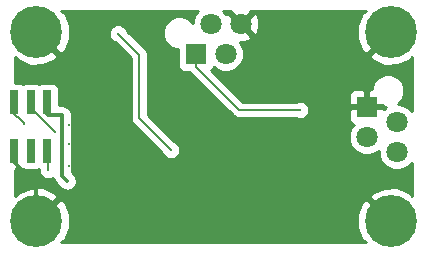
<source format=gbr>
G04 #@! TF.GenerationSoftware,KiCad,Pcbnew,5.0.2-bee76a0~70~ubuntu18.04.1*
G04 #@! TF.CreationDate,2020-01-02T20:25:09+01:00*
G04 #@! TF.ProjectId,roboy_sno,726f626f-795f-4736-9e6f-2e6b69636164,rev?*
G04 #@! TF.SameCoordinates,Original*
G04 #@! TF.FileFunction,Copper,L2,Bot*
G04 #@! TF.FilePolarity,Positive*
%FSLAX46Y46*%
G04 Gerber Fmt 4.6, Leading zero omitted, Abs format (unit mm)*
G04 Created by KiCad (PCBNEW 5.0.2-bee76a0~70~ubuntu18.04.1) date Do 02 Jan 2020 20:25:09 CET*
%MOMM*%
%LPD*%
G01*
G04 APERTURE LIST*
G04 #@! TA.AperFunction,SMDPad,CuDef*
%ADD10R,0.700000X2.000000*%
G04 #@! TD*
G04 #@! TA.AperFunction,ComponentPad*
%ADD11C,4.400000*%
G04 #@! TD*
G04 #@! TA.AperFunction,ComponentPad*
%ADD12R,1.800000X1.800000*%
G04 #@! TD*
G04 #@! TA.AperFunction,ComponentPad*
%ADD13C,1.800000*%
G04 #@! TD*
G04 #@! TA.AperFunction,ViaPad*
%ADD14C,0.301000*%
G04 #@! TD*
G04 #@! TA.AperFunction,Conductor*
%ADD15C,0.304800*%
G04 #@! TD*
G04 #@! TA.AperFunction,Conductor*
%ADD16C,0.152400*%
G04 #@! TD*
G04 #@! TA.AperFunction,Conductor*
%ADD17C,0.254000*%
G04 #@! TD*
G04 APERTURE END LIST*
D10*
G04 #@! TO.P,J4,1*
G04 #@! TO.N,E0*
X106630000Y-128450000D03*
G04 #@! TO.P,J4,2*
G04 #@! TO.N,E1*
X108030000Y-128450000D03*
G04 #@! TO.P,J4,3*
G04 #@! TO.N,+3V3*
X109430000Y-128450000D03*
G04 #@! TO.P,J4,4*
G04 #@! TO.N,Net-(J4-Pad4)*
X109430000Y-132550000D03*
G04 #@! TO.P,J4,6*
G04 #@! TO.N,GND*
X106630000Y-132550000D03*
G04 #@! TO.P,J4,5*
G04 #@! TO.N,Net-(J4-Pad5)*
X108030000Y-132550000D03*
G04 #@! TD*
D11*
G04 #@! TO.P,H1,1*
G04 #@! TO.N,GND*
X138500000Y-122500000D03*
G04 #@! TD*
G04 #@! TO.P,H2,1*
G04 #@! TO.N,GND*
X108500000Y-122500000D03*
G04 #@! TD*
D12*
G04 #@! TO.P,J3,1*
G04 #@! TO.N,GND*
X136480000Y-128845000D03*
D13*
G04 #@! TO.P,J3,2*
G04 #@! TO.N,+5V*
X139020000Y-130115000D03*
G04 #@! TO.P,J3,3*
G04 #@! TO.N,TXD*
X136480000Y-131385000D03*
G04 #@! TO.P,J3,4*
G04 #@! TO.N,RXD*
X139020000Y-132655000D03*
G04 #@! TD*
D12*
G04 #@! TO.P,J2,1*
G04 #@! TO.N,MOTOR_SENSE*
X121995000Y-124370000D03*
D13*
G04 #@! TO.P,J2,2*
G04 #@! TO.N,MOTOR*
X123265000Y-121830000D03*
G04 #@! TO.P,J2,3*
G04 #@! TO.N,+5V*
X124535000Y-124370000D03*
G04 #@! TO.P,J2,4*
G04 #@! TO.N,GND*
X125805000Y-121830000D03*
G04 #@! TD*
D11*
G04 #@! TO.P,H6,1*
G04 #@! TO.N,GND*
X108500000Y-138500000D03*
G04 #@! TD*
G04 #@! TO.P,H7,1*
G04 #@! TO.N,GND*
X138500000Y-138500000D03*
G04 #@! TD*
D14*
G04 #@! TO.N,GND*
X115900000Y-126200000D03*
X119300000Y-125200000D03*
X128300000Y-124100000D03*
X111300000Y-131990000D03*
X111280000Y-130370000D03*
X111300000Y-133850000D03*
G04 #@! TO.N,MOTOR_SENSE*
X130800000Y-129100000D03*
G04 #@! TO.N,Net-(SW2-Pad2)*
X119900000Y-132500000D03*
X115430000Y-122640000D03*
G04 #@! TO.N,+3V3*
X110700000Y-129500000D03*
X111130000Y-135150000D03*
G04 #@! TO.N,Net-(J4-Pad4)*
X109470000Y-134190000D03*
G04 #@! TO.N,E1*
X110060000Y-130930000D03*
G04 #@! TO.N,E0*
X107470000Y-130250000D03*
G04 #@! TD*
D15*
G04 #@! TO.N,GND*
X108500000Y-135388731D02*
X108500000Y-138500000D01*
X106630000Y-133518731D02*
X108500000Y-135388731D01*
X106630000Y-132050000D02*
X106630000Y-133518731D01*
D16*
G04 #@! TO.N,MOTOR_SENSE*
X121995000Y-125422400D02*
X121995000Y-124370000D01*
X125672600Y-129100000D02*
X121995000Y-125422400D01*
X130800000Y-129100000D02*
X125672600Y-129100000D01*
G04 #@! TO.N,Net-(SW2-Pad2)*
X119900000Y-132500000D02*
X117200000Y-129800000D01*
X117200000Y-124410000D02*
X117200000Y-129800000D01*
X115430000Y-122640000D02*
X117200000Y-124410000D01*
D15*
G04 #@! TO.N,+3V3*
X109480000Y-129500000D02*
X109430000Y-129450000D01*
X110700000Y-129500000D02*
X109480000Y-129500000D01*
X110700000Y-129500000D02*
X110700000Y-134720000D01*
X110700000Y-134720000D02*
X111130000Y-135150000D01*
D16*
G04 #@! TO.N,Net-(J4-Pad4)*
X109470000Y-132090000D02*
X109430000Y-132050000D01*
X109470000Y-134190000D02*
X109470000Y-132090000D01*
G04 #@! TO.N,E1*
X108030000Y-128950000D02*
X108210000Y-128950000D01*
X108030000Y-128950000D02*
X108080000Y-128950000D01*
X108080000Y-128950000D02*
X110060000Y-130930000D01*
G04 #@! TO.N,E0*
X106900000Y-129720000D02*
X106630000Y-129450000D01*
X106900000Y-129720000D02*
X106960000Y-129720000D01*
X106960000Y-129720000D02*
X107470000Y-130230000D01*
X107470000Y-130230000D02*
X107470000Y-130250000D01*
G04 #@! TD*
D17*
G04 #@! TO.N,GND*
G36*
X121963690Y-120960493D02*
X121730000Y-121524670D01*
X121730000Y-121746243D01*
X121379568Y-121395811D01*
X120870504Y-121184950D01*
X120319496Y-121184950D01*
X119810432Y-121395811D01*
X119420811Y-121785432D01*
X119209950Y-122294496D01*
X119209950Y-122845504D01*
X119420811Y-123354568D01*
X119810432Y-123744189D01*
X120319496Y-123955050D01*
X120447560Y-123955050D01*
X120447560Y-125270000D01*
X120496843Y-125517765D01*
X120637191Y-125727809D01*
X120847235Y-125868157D01*
X121095000Y-125917440D01*
X121470424Y-125917440D01*
X121482254Y-125935145D01*
X121541634Y-125974822D01*
X125120178Y-129553367D01*
X125159854Y-129612746D01*
X125219233Y-129652422D01*
X125219235Y-129652424D01*
X125287093Y-129697765D01*
X125395104Y-129769936D01*
X125602554Y-129811200D01*
X125602558Y-129811200D01*
X125672600Y-129825132D01*
X125742642Y-129811200D01*
X130464378Y-129811200D01*
X130643754Y-129885500D01*
X130956246Y-129885500D01*
X131244950Y-129765915D01*
X131465915Y-129544950D01*
X131585500Y-129256246D01*
X131585500Y-128943754D01*
X131465915Y-128655050D01*
X131244950Y-128434085D01*
X130956246Y-128314500D01*
X130643754Y-128314500D01*
X130464378Y-128388800D01*
X125967189Y-128388800D01*
X125397079Y-127818690D01*
X134945000Y-127818690D01*
X134945000Y-128559250D01*
X135103750Y-128718000D01*
X136353000Y-128718000D01*
X136353000Y-127468750D01*
X136194250Y-127310000D01*
X135453691Y-127310000D01*
X135220302Y-127406673D01*
X135041673Y-127585301D01*
X134945000Y-127818690D01*
X125397079Y-127818690D01*
X123324867Y-125746479D01*
X123352809Y-125727809D01*
X123493157Y-125517765D01*
X123496275Y-125502092D01*
X123665493Y-125671310D01*
X124229670Y-125905000D01*
X124840330Y-125905000D01*
X125404507Y-125671310D01*
X125836310Y-125239507D01*
X126070000Y-124675330D01*
X126070000Y-124064670D01*
X125836310Y-123500493D01*
X125706313Y-123370496D01*
X126174460Y-123350839D01*
X126619148Y-123166643D01*
X126705554Y-122910159D01*
X125805000Y-122009605D01*
X125790858Y-122023748D01*
X125611253Y-121844143D01*
X125625395Y-121830000D01*
X125984605Y-121830000D01*
X126885159Y-122730554D01*
X127141643Y-122644148D01*
X127351458Y-122070664D01*
X127325839Y-121460540D01*
X127141643Y-121015852D01*
X126885159Y-120929446D01*
X125984605Y-121830000D01*
X125625395Y-121830000D01*
X124724841Y-120929446D01*
X124574438Y-120980115D01*
X124566310Y-120960493D01*
X124315817Y-120710000D01*
X124917868Y-120710000D01*
X124904446Y-120749841D01*
X125805000Y-121650395D01*
X126705554Y-120749841D01*
X126692132Y-120710000D01*
X136401122Y-120710000D01*
X136089112Y-120905368D01*
X135662391Y-121949360D01*
X135667670Y-123077181D01*
X136089112Y-124094632D01*
X136480618Y-124339777D01*
X138320395Y-122500000D01*
X138306253Y-122485858D01*
X138485858Y-122306253D01*
X138500000Y-122320395D01*
X138514143Y-122306253D01*
X138693748Y-122485858D01*
X138679605Y-122500000D01*
X138693748Y-122514143D01*
X138514143Y-122693748D01*
X138500000Y-122679605D01*
X136660223Y-124519382D01*
X136905368Y-124910888D01*
X137949360Y-125337609D01*
X139077181Y-125332330D01*
X140094632Y-124910888D01*
X140290001Y-124598877D01*
X140290001Y-129214184D01*
X139889507Y-128813690D01*
X139325330Y-128580000D01*
X139103757Y-128580000D01*
X139454189Y-128229568D01*
X139665050Y-127720504D01*
X139665050Y-127169496D01*
X139454189Y-126660432D01*
X139064568Y-126270811D01*
X138555504Y-126059950D01*
X138004496Y-126059950D01*
X137495432Y-126270811D01*
X137105811Y-126660432D01*
X136894950Y-127169496D01*
X136894950Y-127310000D01*
X136765750Y-127310000D01*
X136607000Y-127468750D01*
X136607000Y-128718000D01*
X137733983Y-128718000D01*
X138004496Y-128830050D01*
X138134133Y-128830050D01*
X137924217Y-129039967D01*
X137856250Y-128972000D01*
X136607000Y-128972000D01*
X136607000Y-128992000D01*
X136353000Y-128992000D01*
X136353000Y-128972000D01*
X135103750Y-128972000D01*
X134945000Y-129130750D01*
X134945000Y-129871310D01*
X135041673Y-130104699D01*
X135220302Y-130283327D01*
X135355044Y-130339139D01*
X135178690Y-130515493D01*
X134945000Y-131079670D01*
X134945000Y-131690330D01*
X135178690Y-132254507D01*
X135610493Y-132686310D01*
X136174670Y-132920000D01*
X136785330Y-132920000D01*
X137349507Y-132686310D01*
X137485000Y-132550817D01*
X137485000Y-132960330D01*
X137718690Y-133524507D01*
X138150493Y-133956310D01*
X138714670Y-134190000D01*
X139325330Y-134190000D01*
X139889507Y-133956310D01*
X140290000Y-133555817D01*
X140290000Y-136401123D01*
X140094632Y-136089112D01*
X139050640Y-135662391D01*
X137922819Y-135667670D01*
X136905368Y-136089112D01*
X136660223Y-136480618D01*
X138500000Y-138320395D01*
X138514143Y-138306253D01*
X138693748Y-138485858D01*
X138679605Y-138500000D01*
X138693748Y-138514143D01*
X138514143Y-138693748D01*
X138500000Y-138679605D01*
X138485858Y-138693748D01*
X138306253Y-138514143D01*
X138320395Y-138500000D01*
X136480618Y-136660223D01*
X136089112Y-136905368D01*
X135662391Y-137949360D01*
X135667670Y-139077181D01*
X136089112Y-140094632D01*
X136401122Y-140290000D01*
X110598878Y-140290000D01*
X110910888Y-140094632D01*
X111337609Y-139050640D01*
X111332330Y-137922819D01*
X110910888Y-136905368D01*
X110519382Y-136660223D01*
X108679605Y-138500000D01*
X108693748Y-138514143D01*
X108514143Y-138693748D01*
X108500000Y-138679605D01*
X108485858Y-138693748D01*
X108306253Y-138514143D01*
X108320395Y-138500000D01*
X108306253Y-138485858D01*
X108485858Y-138306253D01*
X108500000Y-138320395D01*
X110339777Y-136480618D01*
X110094632Y-136089112D01*
X109050640Y-135662391D01*
X107922819Y-135667670D01*
X106905368Y-136089112D01*
X106710000Y-136401122D01*
X106710000Y-134185000D01*
X106757002Y-134185000D01*
X106757002Y-134026252D01*
X106915750Y-134185000D01*
X107106310Y-134185000D01*
X107339699Y-134088327D01*
X107340899Y-134087127D01*
X107432235Y-134148157D01*
X107680000Y-134197440D01*
X108380000Y-134197440D01*
X108627765Y-134148157D01*
X108684500Y-134110248D01*
X108684500Y-134346246D01*
X108804085Y-134634950D01*
X109025050Y-134855915D01*
X109313754Y-134975500D01*
X109626246Y-134975500D01*
X109914950Y-134855915D01*
X109922673Y-134848192D01*
X109935989Y-134915133D01*
X109958286Y-135027228D01*
X110132317Y-135287684D01*
X110198063Y-135331614D01*
X110628062Y-135761613D01*
X110636157Y-135767022D01*
X110685050Y-135815915D01*
X110748931Y-135842375D01*
X110822771Y-135891714D01*
X110909874Y-135909040D01*
X110973754Y-135935500D01*
X111042897Y-135935500D01*
X111130000Y-135952826D01*
X111217103Y-135935500D01*
X111286246Y-135935500D01*
X111350127Y-135909040D01*
X111437228Y-135891714D01*
X111511067Y-135842376D01*
X111574950Y-135815915D01*
X111623845Y-135767020D01*
X111697683Y-135717683D01*
X111747020Y-135643845D01*
X111795915Y-135594950D01*
X111822376Y-135531067D01*
X111871714Y-135457228D01*
X111889040Y-135370127D01*
X111915500Y-135306246D01*
X111915500Y-135237103D01*
X111932826Y-135150000D01*
X111915500Y-135062897D01*
X111915500Y-134993754D01*
X111889040Y-134929874D01*
X111871714Y-134842771D01*
X111822375Y-134768931D01*
X111795915Y-134705050D01*
X111747022Y-134656157D01*
X111741613Y-134648062D01*
X111487400Y-134393849D01*
X111487400Y-129577552D01*
X111502826Y-129500000D01*
X111485500Y-129412896D01*
X111485500Y-129343754D01*
X111459041Y-129279876D01*
X111441715Y-129192772D01*
X111392374Y-129118928D01*
X111365915Y-129055050D01*
X111317025Y-129006160D01*
X111267684Y-128932316D01*
X111193840Y-128882975D01*
X111144950Y-128834085D01*
X111081072Y-128807626D01*
X111007228Y-128758285D01*
X110920124Y-128740959D01*
X110856246Y-128714500D01*
X110787104Y-128714500D01*
X110777552Y-128712600D01*
X110700000Y-128697174D01*
X110622448Y-128712600D01*
X110427440Y-128712600D01*
X110427440Y-127450000D01*
X110378157Y-127202235D01*
X110237809Y-126992191D01*
X110027765Y-126851843D01*
X109780000Y-126802560D01*
X109080000Y-126802560D01*
X108832235Y-126851843D01*
X108730000Y-126920155D01*
X108627765Y-126851843D01*
X108380000Y-126802560D01*
X107680000Y-126802560D01*
X107432235Y-126851843D01*
X107330000Y-126920155D01*
X107227765Y-126851843D01*
X106980000Y-126802560D01*
X106710000Y-126802560D01*
X106710000Y-124598878D01*
X106905368Y-124910888D01*
X107949360Y-125337609D01*
X109077181Y-125332330D01*
X110094632Y-124910888D01*
X110339777Y-124519382D01*
X108500000Y-122679605D01*
X108485858Y-122693748D01*
X108306253Y-122514143D01*
X108320395Y-122500000D01*
X108306253Y-122485858D01*
X108485858Y-122306253D01*
X108500000Y-122320395D01*
X108514143Y-122306253D01*
X108693748Y-122485858D01*
X108679605Y-122500000D01*
X110519382Y-124339777D01*
X110910888Y-124094632D01*
X111337609Y-123050640D01*
X111334956Y-122483754D01*
X114644500Y-122483754D01*
X114644500Y-122796246D01*
X114764085Y-123084950D01*
X114985050Y-123305915D01*
X115164427Y-123380215D01*
X116488800Y-124704589D01*
X116488801Y-129729954D01*
X116474868Y-129800000D01*
X116530065Y-130077496D01*
X116647576Y-130253364D01*
X116647579Y-130253367D01*
X116687255Y-130312746D01*
X116746634Y-130352422D01*
X119159785Y-132765574D01*
X119234085Y-132944950D01*
X119455050Y-133165915D01*
X119743754Y-133285500D01*
X120056246Y-133285500D01*
X120344950Y-133165915D01*
X120565915Y-132944950D01*
X120685500Y-132656246D01*
X120685500Y-132343754D01*
X120565915Y-132055050D01*
X120344950Y-131834085D01*
X120165574Y-131759785D01*
X117911200Y-129505412D01*
X117911200Y-124480041D01*
X117925132Y-124409999D01*
X117911200Y-124339958D01*
X117911200Y-124339954D01*
X117869936Y-124132504D01*
X117843209Y-124092504D01*
X117752424Y-123956635D01*
X117752420Y-123956631D01*
X117712745Y-123897254D01*
X117653369Y-123857580D01*
X116170215Y-122374427D01*
X116095915Y-122195050D01*
X115874950Y-121974085D01*
X115586246Y-121854500D01*
X115273754Y-121854500D01*
X114985050Y-121974085D01*
X114764085Y-122195050D01*
X114644500Y-122483754D01*
X111334956Y-122483754D01*
X111332330Y-121922819D01*
X110910888Y-120905368D01*
X110598878Y-120710000D01*
X122214183Y-120710000D01*
X121963690Y-120960493D01*
X121963690Y-120960493D01*
G37*
X121963690Y-120960493D02*
X121730000Y-121524670D01*
X121730000Y-121746243D01*
X121379568Y-121395811D01*
X120870504Y-121184950D01*
X120319496Y-121184950D01*
X119810432Y-121395811D01*
X119420811Y-121785432D01*
X119209950Y-122294496D01*
X119209950Y-122845504D01*
X119420811Y-123354568D01*
X119810432Y-123744189D01*
X120319496Y-123955050D01*
X120447560Y-123955050D01*
X120447560Y-125270000D01*
X120496843Y-125517765D01*
X120637191Y-125727809D01*
X120847235Y-125868157D01*
X121095000Y-125917440D01*
X121470424Y-125917440D01*
X121482254Y-125935145D01*
X121541634Y-125974822D01*
X125120178Y-129553367D01*
X125159854Y-129612746D01*
X125219233Y-129652422D01*
X125219235Y-129652424D01*
X125287093Y-129697765D01*
X125395104Y-129769936D01*
X125602554Y-129811200D01*
X125602558Y-129811200D01*
X125672600Y-129825132D01*
X125742642Y-129811200D01*
X130464378Y-129811200D01*
X130643754Y-129885500D01*
X130956246Y-129885500D01*
X131244950Y-129765915D01*
X131465915Y-129544950D01*
X131585500Y-129256246D01*
X131585500Y-128943754D01*
X131465915Y-128655050D01*
X131244950Y-128434085D01*
X130956246Y-128314500D01*
X130643754Y-128314500D01*
X130464378Y-128388800D01*
X125967189Y-128388800D01*
X125397079Y-127818690D01*
X134945000Y-127818690D01*
X134945000Y-128559250D01*
X135103750Y-128718000D01*
X136353000Y-128718000D01*
X136353000Y-127468750D01*
X136194250Y-127310000D01*
X135453691Y-127310000D01*
X135220302Y-127406673D01*
X135041673Y-127585301D01*
X134945000Y-127818690D01*
X125397079Y-127818690D01*
X123324867Y-125746479D01*
X123352809Y-125727809D01*
X123493157Y-125517765D01*
X123496275Y-125502092D01*
X123665493Y-125671310D01*
X124229670Y-125905000D01*
X124840330Y-125905000D01*
X125404507Y-125671310D01*
X125836310Y-125239507D01*
X126070000Y-124675330D01*
X126070000Y-124064670D01*
X125836310Y-123500493D01*
X125706313Y-123370496D01*
X126174460Y-123350839D01*
X126619148Y-123166643D01*
X126705554Y-122910159D01*
X125805000Y-122009605D01*
X125790858Y-122023748D01*
X125611253Y-121844143D01*
X125625395Y-121830000D01*
X125984605Y-121830000D01*
X126885159Y-122730554D01*
X127141643Y-122644148D01*
X127351458Y-122070664D01*
X127325839Y-121460540D01*
X127141643Y-121015852D01*
X126885159Y-120929446D01*
X125984605Y-121830000D01*
X125625395Y-121830000D01*
X124724841Y-120929446D01*
X124574438Y-120980115D01*
X124566310Y-120960493D01*
X124315817Y-120710000D01*
X124917868Y-120710000D01*
X124904446Y-120749841D01*
X125805000Y-121650395D01*
X126705554Y-120749841D01*
X126692132Y-120710000D01*
X136401122Y-120710000D01*
X136089112Y-120905368D01*
X135662391Y-121949360D01*
X135667670Y-123077181D01*
X136089112Y-124094632D01*
X136480618Y-124339777D01*
X138320395Y-122500000D01*
X138306253Y-122485858D01*
X138485858Y-122306253D01*
X138500000Y-122320395D01*
X138514143Y-122306253D01*
X138693748Y-122485858D01*
X138679605Y-122500000D01*
X138693748Y-122514143D01*
X138514143Y-122693748D01*
X138500000Y-122679605D01*
X136660223Y-124519382D01*
X136905368Y-124910888D01*
X137949360Y-125337609D01*
X139077181Y-125332330D01*
X140094632Y-124910888D01*
X140290001Y-124598877D01*
X140290001Y-129214184D01*
X139889507Y-128813690D01*
X139325330Y-128580000D01*
X139103757Y-128580000D01*
X139454189Y-128229568D01*
X139665050Y-127720504D01*
X139665050Y-127169496D01*
X139454189Y-126660432D01*
X139064568Y-126270811D01*
X138555504Y-126059950D01*
X138004496Y-126059950D01*
X137495432Y-126270811D01*
X137105811Y-126660432D01*
X136894950Y-127169496D01*
X136894950Y-127310000D01*
X136765750Y-127310000D01*
X136607000Y-127468750D01*
X136607000Y-128718000D01*
X137733983Y-128718000D01*
X138004496Y-128830050D01*
X138134133Y-128830050D01*
X137924217Y-129039967D01*
X137856250Y-128972000D01*
X136607000Y-128972000D01*
X136607000Y-128992000D01*
X136353000Y-128992000D01*
X136353000Y-128972000D01*
X135103750Y-128972000D01*
X134945000Y-129130750D01*
X134945000Y-129871310D01*
X135041673Y-130104699D01*
X135220302Y-130283327D01*
X135355044Y-130339139D01*
X135178690Y-130515493D01*
X134945000Y-131079670D01*
X134945000Y-131690330D01*
X135178690Y-132254507D01*
X135610493Y-132686310D01*
X136174670Y-132920000D01*
X136785330Y-132920000D01*
X137349507Y-132686310D01*
X137485000Y-132550817D01*
X137485000Y-132960330D01*
X137718690Y-133524507D01*
X138150493Y-133956310D01*
X138714670Y-134190000D01*
X139325330Y-134190000D01*
X139889507Y-133956310D01*
X140290000Y-133555817D01*
X140290000Y-136401123D01*
X140094632Y-136089112D01*
X139050640Y-135662391D01*
X137922819Y-135667670D01*
X136905368Y-136089112D01*
X136660223Y-136480618D01*
X138500000Y-138320395D01*
X138514143Y-138306253D01*
X138693748Y-138485858D01*
X138679605Y-138500000D01*
X138693748Y-138514143D01*
X138514143Y-138693748D01*
X138500000Y-138679605D01*
X138485858Y-138693748D01*
X138306253Y-138514143D01*
X138320395Y-138500000D01*
X136480618Y-136660223D01*
X136089112Y-136905368D01*
X135662391Y-137949360D01*
X135667670Y-139077181D01*
X136089112Y-140094632D01*
X136401122Y-140290000D01*
X110598878Y-140290000D01*
X110910888Y-140094632D01*
X111337609Y-139050640D01*
X111332330Y-137922819D01*
X110910888Y-136905368D01*
X110519382Y-136660223D01*
X108679605Y-138500000D01*
X108693748Y-138514143D01*
X108514143Y-138693748D01*
X108500000Y-138679605D01*
X108485858Y-138693748D01*
X108306253Y-138514143D01*
X108320395Y-138500000D01*
X108306253Y-138485858D01*
X108485858Y-138306253D01*
X108500000Y-138320395D01*
X110339777Y-136480618D01*
X110094632Y-136089112D01*
X109050640Y-135662391D01*
X107922819Y-135667670D01*
X106905368Y-136089112D01*
X106710000Y-136401122D01*
X106710000Y-134185000D01*
X106757002Y-134185000D01*
X106757002Y-134026252D01*
X106915750Y-134185000D01*
X107106310Y-134185000D01*
X107339699Y-134088327D01*
X107340899Y-134087127D01*
X107432235Y-134148157D01*
X107680000Y-134197440D01*
X108380000Y-134197440D01*
X108627765Y-134148157D01*
X108684500Y-134110248D01*
X108684500Y-134346246D01*
X108804085Y-134634950D01*
X109025050Y-134855915D01*
X109313754Y-134975500D01*
X109626246Y-134975500D01*
X109914950Y-134855915D01*
X109922673Y-134848192D01*
X109935989Y-134915133D01*
X109958286Y-135027228D01*
X110132317Y-135287684D01*
X110198063Y-135331614D01*
X110628062Y-135761613D01*
X110636157Y-135767022D01*
X110685050Y-135815915D01*
X110748931Y-135842375D01*
X110822771Y-135891714D01*
X110909874Y-135909040D01*
X110973754Y-135935500D01*
X111042897Y-135935500D01*
X111130000Y-135952826D01*
X111217103Y-135935500D01*
X111286246Y-135935500D01*
X111350127Y-135909040D01*
X111437228Y-135891714D01*
X111511067Y-135842376D01*
X111574950Y-135815915D01*
X111623845Y-135767020D01*
X111697683Y-135717683D01*
X111747020Y-135643845D01*
X111795915Y-135594950D01*
X111822376Y-135531067D01*
X111871714Y-135457228D01*
X111889040Y-135370127D01*
X111915500Y-135306246D01*
X111915500Y-135237103D01*
X111932826Y-135150000D01*
X111915500Y-135062897D01*
X111915500Y-134993754D01*
X111889040Y-134929874D01*
X111871714Y-134842771D01*
X111822375Y-134768931D01*
X111795915Y-134705050D01*
X111747022Y-134656157D01*
X111741613Y-134648062D01*
X111487400Y-134393849D01*
X111487400Y-129577552D01*
X111502826Y-129500000D01*
X111485500Y-129412896D01*
X111485500Y-129343754D01*
X111459041Y-129279876D01*
X111441715Y-129192772D01*
X111392374Y-129118928D01*
X111365915Y-129055050D01*
X111317025Y-129006160D01*
X111267684Y-128932316D01*
X111193840Y-128882975D01*
X111144950Y-128834085D01*
X111081072Y-128807626D01*
X111007228Y-128758285D01*
X110920124Y-128740959D01*
X110856246Y-128714500D01*
X110787104Y-128714500D01*
X110777552Y-128712600D01*
X110700000Y-128697174D01*
X110622448Y-128712600D01*
X110427440Y-128712600D01*
X110427440Y-127450000D01*
X110378157Y-127202235D01*
X110237809Y-126992191D01*
X110027765Y-126851843D01*
X109780000Y-126802560D01*
X109080000Y-126802560D01*
X108832235Y-126851843D01*
X108730000Y-126920155D01*
X108627765Y-126851843D01*
X108380000Y-126802560D01*
X107680000Y-126802560D01*
X107432235Y-126851843D01*
X107330000Y-126920155D01*
X107227765Y-126851843D01*
X106980000Y-126802560D01*
X106710000Y-126802560D01*
X106710000Y-124598878D01*
X106905368Y-124910888D01*
X107949360Y-125337609D01*
X109077181Y-125332330D01*
X110094632Y-124910888D01*
X110339777Y-124519382D01*
X108500000Y-122679605D01*
X108485858Y-122693748D01*
X108306253Y-122514143D01*
X108320395Y-122500000D01*
X108306253Y-122485858D01*
X108485858Y-122306253D01*
X108500000Y-122320395D01*
X108514143Y-122306253D01*
X108693748Y-122485858D01*
X108679605Y-122500000D01*
X110519382Y-124339777D01*
X110910888Y-124094632D01*
X111337609Y-123050640D01*
X111334956Y-122483754D01*
X114644500Y-122483754D01*
X114644500Y-122796246D01*
X114764085Y-123084950D01*
X114985050Y-123305915D01*
X115164427Y-123380215D01*
X116488800Y-124704589D01*
X116488801Y-129729954D01*
X116474868Y-129800000D01*
X116530065Y-130077496D01*
X116647576Y-130253364D01*
X116647579Y-130253367D01*
X116687255Y-130312746D01*
X116746634Y-130352422D01*
X119159785Y-132765574D01*
X119234085Y-132944950D01*
X119455050Y-133165915D01*
X119743754Y-133285500D01*
X120056246Y-133285500D01*
X120344950Y-133165915D01*
X120565915Y-132944950D01*
X120685500Y-132656246D01*
X120685500Y-132343754D01*
X120565915Y-132055050D01*
X120344950Y-131834085D01*
X120165574Y-131759785D01*
X117911200Y-129505412D01*
X117911200Y-124480041D01*
X117925132Y-124409999D01*
X117911200Y-124339958D01*
X117911200Y-124339954D01*
X117869936Y-124132504D01*
X117843209Y-124092504D01*
X117752424Y-123956635D01*
X117752420Y-123956631D01*
X117712745Y-123897254D01*
X117653369Y-123857580D01*
X116170215Y-122374427D01*
X116095915Y-122195050D01*
X115874950Y-121974085D01*
X115586246Y-121854500D01*
X115273754Y-121854500D01*
X114985050Y-121974085D01*
X114764085Y-122195050D01*
X114644500Y-122483754D01*
X111334956Y-122483754D01*
X111332330Y-121922819D01*
X110910888Y-120905368D01*
X110598878Y-120710000D01*
X122214183Y-120710000D01*
X121963690Y-120960493D01*
G36*
X106757000Y-132423000D02*
X106777000Y-132423000D01*
X106777000Y-132677000D01*
X106757000Y-132677000D01*
X106757000Y-132697000D01*
X106710000Y-132697000D01*
X106710000Y-132403000D01*
X106757000Y-132403000D01*
X106757000Y-132423000D01*
X106757000Y-132423000D01*
G37*
X106757000Y-132423000D02*
X106777000Y-132423000D01*
X106777000Y-132677000D01*
X106757000Y-132677000D01*
X106757000Y-132697000D01*
X106710000Y-132697000D01*
X106710000Y-132403000D01*
X106757000Y-132403000D01*
X106757000Y-132423000D01*
G04 #@! TD*
M02*

</source>
